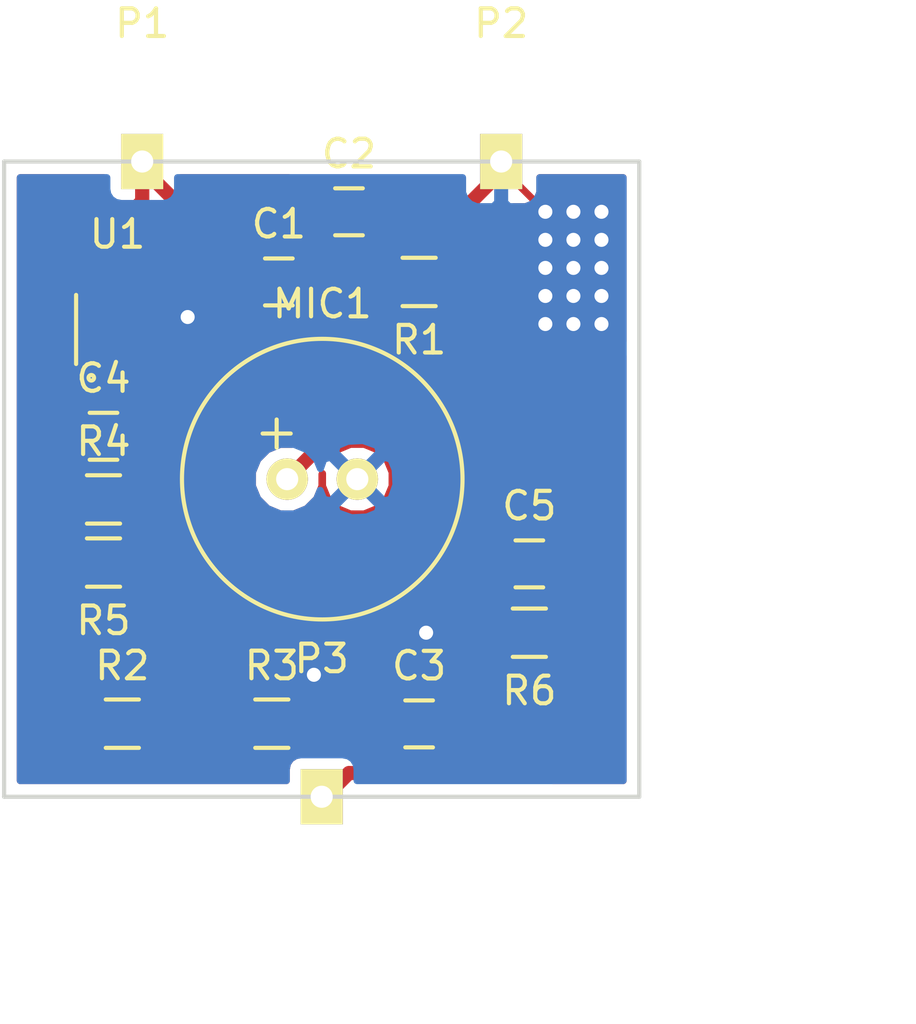
<source format=kicad_pcb>
(kicad_pcb (version 4) (host pcbnew 4.0.1-stable)

  (general
    (links 24)
    (no_connects 1)
    (area 19.924999 19.924999 40.075001 40.075001)
    (thickness 1.6)
    (drawings 6)
    (tracks 91)
    (zones 0)
    (modules 16)
    (nets 9)
  )

  (page A4)
  (layers
    (0 F.Cu signal)
    (31 B.Cu signal)
    (32 B.Adhes user)
    (33 F.Adhes user)
    (34 B.Paste user)
    (35 F.Paste user)
    (36 B.SilkS user)
    (37 F.SilkS user)
    (38 B.Mask user)
    (39 F.Mask user)
    (40 Dwgs.User user)
    (41 Cmts.User user)
    (42 Eco1.User user)
    (43 Eco2.User user)
    (44 Edge.Cuts user)
    (45 Margin user)
    (46 B.CrtYd user)
    (47 F.CrtYd user)
    (48 B.Fab user)
    (49 F.Fab user)
  )

  (setup
    (last_trace_width 0.254)
    (user_trace_width 0.2032)
    (user_trace_width 0.254)
    (user_trace_width 0.381)
    (user_trace_width 0.508)
    (trace_clearance 0.2032)
    (zone_clearance 0.381)
    (zone_45_only no)
    (trace_min 0.2032)
    (segment_width 0.2)
    (edge_width 0.15)
    (via_size 0.762)
    (via_drill 0.508)
    (via_min_size 0.4)
    (via_min_drill 0.3)
    (uvia_size 0.3)
    (uvia_drill 0.1)
    (uvias_allowed no)
    (uvia_min_size 0.2)
    (uvia_min_drill 0.1)
    (pcb_text_width 0.3)
    (pcb_text_size 1.5 1.5)
    (mod_edge_width 0.15)
    (mod_text_size 1 1)
    (mod_text_width 0.15)
    (pad_size 1.524 1.524)
    (pad_drill 0.762)
    (pad_to_mask_clearance 0.2)
    (aux_axis_origin 0 0)
    (visible_elements 7FFFFFFF)
    (pcbplotparams
      (layerselection 0x00030_80000001)
      (usegerberextensions false)
      (excludeedgelayer true)
      (linewidth 0.100000)
      (plotframeref false)
      (viasonmask false)
      (mode 1)
      (useauxorigin false)
      (hpglpennumber 1)
      (hpglpenspeed 20)
      (hpglpendiameter 15)
      (hpglpenoverlay 2)
      (psnegative false)
      (psa4output false)
      (plotreference true)
      (plotvalue true)
      (plotinvisibletext false)
      (padsonsilk false)
      (subtractmaskfromsilk false)
      (outputformat 1)
      (mirror false)
      (drillshape 1)
      (scaleselection 1)
      (outputdirectory ""))
  )

  (net 0 "")
  (net 1 "Net-(C1-Pad1)")
  (net 2 "Net-(C1-Pad2)")
  (net 3 AVDD)
  (net 4 AGND)
  (net 5 "Net-(C3-Pad1)")
  (net 6 "Net-(C4-Pad1)")
  (net 7 "Net-(C5-Pad1)")
  (net 8 /OUT)

  (net_class Default "This is the default net class."
    (clearance 0.2032)
    (trace_width 0.254)
    (via_dia 0.762)
    (via_drill 0.508)
    (uvia_dia 0.3)
    (uvia_drill 0.1)
    (add_net /OUT)
    (add_net AGND)
    (add_net AVDD)
    (add_net "Net-(C1-Pad1)")
    (add_net "Net-(C1-Pad2)")
    (add_net "Net-(C3-Pad1)")
    (add_net "Net-(C4-Pad1)")
    (add_net "Net-(C5-Pad1)")
  )

  (module Capacitors_SMD:C_0805_HandSoldering (layer F.Cu) (tedit 541A9B8D) (tstamp 5679A90D)
    (at 28.448 22.86)
    (descr "Capacitor SMD 0805, hand soldering")
    (tags "capacitor 0805")
    (path /5679CB05)
    (attr smd)
    (fp_text reference C1 (at 0 -2.1) (layer F.SilkS)
      (effects (font (size 1 1) (thickness 0.15)))
    )
    (fp_text value 2.2u (at 0 2.1) (layer F.Fab)
      (effects (font (size 1 1) (thickness 0.15)))
    )
    (fp_line (start -2.3 -1) (end 2.3 -1) (layer F.CrtYd) (width 0.05))
    (fp_line (start -2.3 1) (end 2.3 1) (layer F.CrtYd) (width 0.05))
    (fp_line (start -2.3 -1) (end -2.3 1) (layer F.CrtYd) (width 0.05))
    (fp_line (start 2.3 -1) (end 2.3 1) (layer F.CrtYd) (width 0.05))
    (fp_line (start 0.5 -0.85) (end -0.5 -0.85) (layer F.SilkS) (width 0.15))
    (fp_line (start -0.5 0.85) (end 0.5 0.85) (layer F.SilkS) (width 0.15))
    (pad 1 smd rect (at -1.25 0) (size 1.5 1.25) (layers F.Cu F.Paste F.Mask)
      (net 1 "Net-(C1-Pad1)"))
    (pad 2 smd rect (at 1.25 0) (size 1.5 1.25) (layers F.Cu F.Paste F.Mask)
      (net 2 "Net-(C1-Pad2)"))
    (model Capacitors_SMD.3dshapes/C_0805_HandSoldering.wrl
      (at (xyz 0 0 0))
      (scale (xyz 1 1 1))
      (rotate (xyz 0 0 0))
    )
  )

  (module Capacitors_SMD:C_0805_HandSoldering (layer F.Cu) (tedit 541A9B8D) (tstamp 5679A913)
    (at 30.988 20.32)
    (descr "Capacitor SMD 0805, hand soldering")
    (tags "capacitor 0805")
    (path /5679D24A)
    (attr smd)
    (fp_text reference C2 (at 0 -2.1) (layer F.SilkS)
      (effects (font (size 1 1) (thickness 0.15)))
    )
    (fp_text value 100n (at 0 2.1) (layer F.Fab)
      (effects (font (size 1 1) (thickness 0.15)))
    )
    (fp_line (start -2.3 -1) (end 2.3 -1) (layer F.CrtYd) (width 0.05))
    (fp_line (start -2.3 1) (end 2.3 1) (layer F.CrtYd) (width 0.05))
    (fp_line (start -2.3 -1) (end -2.3 1) (layer F.CrtYd) (width 0.05))
    (fp_line (start 2.3 -1) (end 2.3 1) (layer F.CrtYd) (width 0.05))
    (fp_line (start 0.5 -0.85) (end -0.5 -0.85) (layer F.SilkS) (width 0.15))
    (fp_line (start -0.5 0.85) (end 0.5 0.85) (layer F.SilkS) (width 0.15))
    (pad 1 smd rect (at -1.25 0) (size 1.5 1.25) (layers F.Cu F.Paste F.Mask)
      (net 3 AVDD))
    (pad 2 smd rect (at 1.25 0) (size 1.5 1.25) (layers F.Cu F.Paste F.Mask)
      (net 4 AGND))
    (model Capacitors_SMD.3dshapes/C_0805_HandSoldering.wrl
      (at (xyz 0 0 0))
      (scale (xyz 1 1 1))
      (rotate (xyz 0 0 0))
    )
  )

  (module Capacitors_SMD:C_0805_HandSoldering (layer F.Cu) (tedit 541A9B8D) (tstamp 5679A919)
    (at 33.528 38.862)
    (descr "Capacitor SMD 0805, hand soldering")
    (tags "capacitor 0805")
    (path /5679C8F4)
    (attr smd)
    (fp_text reference C3 (at 0 -2.1) (layer F.SilkS)
      (effects (font (size 1 1) (thickness 0.15)))
    )
    (fp_text value 2.2u (at 0 2.1) (layer F.Fab)
      (effects (font (size 1 1) (thickness 0.15)))
    )
    (fp_line (start -2.3 -1) (end 2.3 -1) (layer F.CrtYd) (width 0.05))
    (fp_line (start -2.3 1) (end 2.3 1) (layer F.CrtYd) (width 0.05))
    (fp_line (start -2.3 -1) (end -2.3 1) (layer F.CrtYd) (width 0.05))
    (fp_line (start 2.3 -1) (end 2.3 1) (layer F.CrtYd) (width 0.05))
    (fp_line (start 0.5 -0.85) (end -0.5 -0.85) (layer F.SilkS) (width 0.15))
    (fp_line (start -0.5 0.85) (end 0.5 0.85) (layer F.SilkS) (width 0.15))
    (pad 1 smd rect (at -1.25 0) (size 1.5 1.25) (layers F.Cu F.Paste F.Mask)
      (net 5 "Net-(C3-Pad1)"))
    (pad 2 smd rect (at 1.25 0) (size 1.5 1.25) (layers F.Cu F.Paste F.Mask)
      (net 4 AGND))
    (model Capacitors_SMD.3dshapes/C_0805_HandSoldering.wrl
      (at (xyz 0 0 0))
      (scale (xyz 1 1 1))
      (rotate (xyz 0 0 0))
    )
  )

  (module Capacitors_SMD:C_0805_HandSoldering (layer F.Cu) (tedit 541A9B8D) (tstamp 5679A91F)
    (at 22.098 28.448)
    (descr "Capacitor SMD 0805, hand soldering")
    (tags "capacitor 0805")
    (path /5679A7FC)
    (attr smd)
    (fp_text reference C4 (at 0 -2.1) (layer F.SilkS)
      (effects (font (size 1 1) (thickness 0.15)))
    )
    (fp_text value 10p (at 0 2.1) (layer F.Fab)
      (effects (font (size 1 1) (thickness 0.15)))
    )
    (fp_line (start -2.3 -1) (end 2.3 -1) (layer F.CrtYd) (width 0.05))
    (fp_line (start -2.3 1) (end 2.3 1) (layer F.CrtYd) (width 0.05))
    (fp_line (start -2.3 -1) (end -2.3 1) (layer F.CrtYd) (width 0.05))
    (fp_line (start 2.3 -1) (end 2.3 1) (layer F.CrtYd) (width 0.05))
    (fp_line (start 0.5 -0.85) (end -0.5 -0.85) (layer F.SilkS) (width 0.15))
    (fp_line (start -0.5 0.85) (end 0.5 0.85) (layer F.SilkS) (width 0.15))
    (pad 1 smd rect (at -1.25 0) (size 1.5 1.25) (layers F.Cu F.Paste F.Mask)
      (net 6 "Net-(C4-Pad1)"))
    (pad 2 smd rect (at 1.25 0) (size 1.5 1.25) (layers F.Cu F.Paste F.Mask)
      (net 1 "Net-(C1-Pad1)"))
    (model Capacitors_SMD.3dshapes/C_0805_HandSoldering.wrl
      (at (xyz 0 0 0))
      (scale (xyz 1 1 1))
      (rotate (xyz 0 0 0))
    )
  )

  (module Capacitors_SMD:C_0805_HandSoldering (layer F.Cu) (tedit 541A9B8D) (tstamp 5679A925)
    (at 37.52 33.068)
    (descr "Capacitor SMD 0805, hand soldering")
    (tags "capacitor 0805")
    (path /5679CCC7)
    (attr smd)
    (fp_text reference C5 (at 0 -2.1) (layer F.SilkS)
      (effects (font (size 1 1) (thickness 0.15)))
    )
    (fp_text value 2.2u (at 0 2.1) (layer F.Fab)
      (effects (font (size 1 1) (thickness 0.15)))
    )
    (fp_line (start -2.3 -1) (end 2.3 -1) (layer F.CrtYd) (width 0.05))
    (fp_line (start -2.3 1) (end 2.3 1) (layer F.CrtYd) (width 0.05))
    (fp_line (start -2.3 -1) (end -2.3 1) (layer F.CrtYd) (width 0.05))
    (fp_line (start 2.3 -1) (end 2.3 1) (layer F.CrtYd) (width 0.05))
    (fp_line (start 0.5 -0.85) (end -0.5 -0.85) (layer F.SilkS) (width 0.15))
    (fp_line (start -0.5 0.85) (end 0.5 0.85) (layer F.SilkS) (width 0.15))
    (pad 1 smd rect (at -1.25 0) (size 1.5 1.25) (layers F.Cu F.Paste F.Mask)
      (net 7 "Net-(C5-Pad1)"))
    (pad 2 smd rect (at 1.25 0) (size 1.5 1.25) (layers F.Cu F.Paste F.Mask)
      (net 8 /OUT))
    (model Capacitors_SMD.3dshapes/C_0805_HandSoldering.wrl
      (at (xyz 0 0 0))
      (scale (xyz 1 1 1))
      (rotate (xyz 0 0 0))
    )
  )

  (module micarray:Electret_10mm (layer F.Cu) (tedit 55830091) (tstamp 5679A92E)
    (at 30 30)
    (descr "10 mm electret microphone")
    (tags "Electret microphone, Microphone, 1 mm")
    (path /5679A44C)
    (fp_text reference MIC1 (at 0.02 -6.35) (layer F.SilkS)
      (effects (font (size 1 1) (thickness 0.15)))
    )
    (fp_text value ELECTRET (at 0.02 6.35) (layer F.Fab)
      (effects (font (size 1 1) (thickness 0.15)))
    )
    (fp_line (start -1.631 -2.159) (end -1.631 -1.143) (layer F.SilkS) (width 0.15))
    (fp_line (start -2.139 -1.651) (end -1.123 -1.651) (layer F.SilkS) (width 0.15))
    (fp_circle (center 0.02 0) (end 5.1 0) (layer F.SilkS) (width 0.15))
    (pad 2 thru_hole circle (at 1.29 0) (size 1.50114 1.50114) (drill 0.8) (layers *.Cu *.Mask F.SilkS)
      (net 4 AGND))
    (pad 1 thru_hole circle (at -1.25 0) (size 1.50114 1.50114) (drill 0.8) (layers *.Cu *.Mask F.SilkS)
      (net 2 "Net-(C1-Pad2)"))
    (model Capacitors_Elko_ThroughHole.3dshapes/Elko_vert_20x10mm_RM2.5_CopperClear.wrl
      (at (xyz 0 0 0))
      (scale (xyz 1 1 1))
      (rotate (xyz 0 0 0))
    )
  )

  (module micarray:Castellated_Pad (layer F.Cu) (tedit 5675D613) (tstamp 5679A933)
    (at 23.5 18.5)
    (path /5679BC8D)
    (fp_text reference P1 (at 0 -5) (layer F.SilkS)
      (effects (font (size 1 1) (thickness 0.15)))
    )
    (fp_text value CONN_01X01 (at 0 5) (layer F.Fab)
      (effects (font (size 1 1) (thickness 0.15)))
    )
    (pad 1 thru_hole rect (at 0 0) (size 1.524 2) (drill 0.8) (layers *.Cu *.Mask F.SilkS)
      (net 3 AVDD))
  )

  (module micarray:Castellated_Pad (layer F.Cu) (tedit 5675D613) (tstamp 5679A938)
    (at 36.5 18.5)
    (path /5679BCE1)
    (fp_text reference P2 (at 0 -5) (layer F.SilkS)
      (effects (font (size 1 1) (thickness 0.15)))
    )
    (fp_text value CONN_01X01 (at 0 5) (layer F.Fab)
      (effects (font (size 1 1) (thickness 0.15)))
    )
    (pad 1 thru_hole rect (at 0 0) (size 1.524 2) (drill 0.8) (layers *.Cu *.Mask F.SilkS)
      (net 4 AGND))
  )

  (module micarray:Castellated_Pad (layer F.Cu) (tedit 5675D613) (tstamp 5679A93D)
    (at 30 41.5)
    (path /5679BD4B)
    (fp_text reference P3 (at 0 -5) (layer F.SilkS)
      (effects (font (size 1 1) (thickness 0.15)))
    )
    (fp_text value CONN_01X01 (at 0 5) (layer F.Fab)
      (effects (font (size 1 1) (thickness 0.15)))
    )
    (pad 1 thru_hole rect (at 0 0) (size 1.524 2) (drill 0.8) (layers *.Cu *.Mask F.SilkS)
      (net 8 /OUT))
  )

  (module Resistors_SMD:R_0805_HandSoldering (layer F.Cu) (tedit 54189DEE) (tstamp 5679A943)
    (at 33.528 22.86 180)
    (descr "Resistor SMD 0805, hand soldering")
    (tags "resistor 0805")
    (path /5679A4AB)
    (attr smd)
    (fp_text reference R1 (at 0 -2.1 180) (layer F.SilkS)
      (effects (font (size 1 1) (thickness 0.15)))
    )
    (fp_text value 13.7k (at 0 2.1 180) (layer F.Fab)
      (effects (font (size 1 1) (thickness 0.15)))
    )
    (fp_line (start -2.4 -1) (end 2.4 -1) (layer F.CrtYd) (width 0.05))
    (fp_line (start -2.4 1) (end 2.4 1) (layer F.CrtYd) (width 0.05))
    (fp_line (start -2.4 -1) (end -2.4 1) (layer F.CrtYd) (width 0.05))
    (fp_line (start 2.4 -1) (end 2.4 1) (layer F.CrtYd) (width 0.05))
    (fp_line (start 0.6 0.875) (end -0.6 0.875) (layer F.SilkS) (width 0.15))
    (fp_line (start -0.6 -0.875) (end 0.6 -0.875) (layer F.SilkS) (width 0.15))
    (pad 1 smd rect (at -1.35 0 180) (size 1.5 1.3) (layers F.Cu F.Paste F.Mask)
      (net 3 AVDD))
    (pad 2 smd rect (at 1.35 0 180) (size 1.5 1.3) (layers F.Cu F.Paste F.Mask)
      (net 2 "Net-(C1-Pad2)"))
    (model Resistors_SMD.3dshapes/R_0805_HandSoldering.wrl
      (at (xyz 0 0 0))
      (scale (xyz 1 1 1))
      (rotate (xyz 0 0 0))
    )
  )

  (module Resistors_SMD:R_0805_HandSoldering (layer F.Cu) (tedit 54189DEE) (tstamp 5679A949)
    (at 22.78 38.854)
    (descr "Resistor SMD 0805, hand soldering")
    (tags "resistor 0805")
    (path /5679AD51)
    (attr smd)
    (fp_text reference R2 (at 0 -2.1) (layer F.SilkS)
      (effects (font (size 1 1) (thickness 0.15)))
    )
    (fp_text value 100k (at 0 2.1) (layer F.Fab)
      (effects (font (size 1 1) (thickness 0.15)))
    )
    (fp_line (start -2.4 -1) (end 2.4 -1) (layer F.CrtYd) (width 0.05))
    (fp_line (start -2.4 1) (end 2.4 1) (layer F.CrtYd) (width 0.05))
    (fp_line (start -2.4 -1) (end -2.4 1) (layer F.CrtYd) (width 0.05))
    (fp_line (start 2.4 -1) (end 2.4 1) (layer F.CrtYd) (width 0.05))
    (fp_line (start 0.6 0.875) (end -0.6 0.875) (layer F.SilkS) (width 0.15))
    (fp_line (start -0.6 -0.875) (end 0.6 -0.875) (layer F.SilkS) (width 0.15))
    (pad 1 smd rect (at -1.35 0) (size 1.5 1.3) (layers F.Cu F.Paste F.Mask)
      (net 3 AVDD))
    (pad 2 smd rect (at 1.35 0) (size 1.5 1.3) (layers F.Cu F.Paste F.Mask)
      (net 5 "Net-(C3-Pad1)"))
    (model Resistors_SMD.3dshapes/R_0805_HandSoldering.wrl
      (at (xyz 0 0 0))
      (scale (xyz 1 1 1))
      (rotate (xyz 0 0 0))
    )
  )

  (module Resistors_SMD:R_0805_HandSoldering (layer F.Cu) (tedit 54189DEE) (tstamp 5679A94F)
    (at 28.194 38.854)
    (descr "Resistor SMD 0805, hand soldering")
    (tags "resistor 0805")
    (path /5679AE07)
    (attr smd)
    (fp_text reference R3 (at 0 -2.1) (layer F.SilkS)
      (effects (font (size 1 1) (thickness 0.15)))
    )
    (fp_text value 100k (at 0 2.1) (layer F.Fab)
      (effects (font (size 1 1) (thickness 0.15)))
    )
    (fp_line (start -2.4 -1) (end 2.4 -1) (layer F.CrtYd) (width 0.05))
    (fp_line (start -2.4 1) (end 2.4 1) (layer F.CrtYd) (width 0.05))
    (fp_line (start -2.4 -1) (end -2.4 1) (layer F.CrtYd) (width 0.05))
    (fp_line (start 2.4 -1) (end 2.4 1) (layer F.CrtYd) (width 0.05))
    (fp_line (start 0.6 0.875) (end -0.6 0.875) (layer F.SilkS) (width 0.15))
    (fp_line (start -0.6 -0.875) (end 0.6 -0.875) (layer F.SilkS) (width 0.15))
    (pad 1 smd rect (at -1.35 0) (size 1.5 1.3) (layers F.Cu F.Paste F.Mask)
      (net 5 "Net-(C3-Pad1)"))
    (pad 2 smd rect (at 1.35 0) (size 1.5 1.3) (layers F.Cu F.Paste F.Mask)
      (net 4 AGND))
    (model Resistors_SMD.3dshapes/R_0805_HandSoldering.wrl
      (at (xyz 0 0 0))
      (scale (xyz 1 1 1))
      (rotate (xyz 0 0 0))
    )
  )

  (module Resistors_SMD:R_0805_HandSoldering (layer F.Cu) (tedit 54189DEE) (tstamp 5679A955)
    (at 22.098 30.734)
    (descr "Resistor SMD 0805, hand soldering")
    (tags "resistor 0805")
    (path /5679A851)
    (attr smd)
    (fp_text reference R4 (at 0 -2.1) (layer F.SilkS)
      (effects (font (size 1 1) (thickness 0.15)))
    )
    (fp_text value 75k (at 0 2.1) (layer F.Fab)
      (effects (font (size 1 1) (thickness 0.15)))
    )
    (fp_line (start -2.4 -1) (end 2.4 -1) (layer F.CrtYd) (width 0.05))
    (fp_line (start -2.4 1) (end 2.4 1) (layer F.CrtYd) (width 0.05))
    (fp_line (start -2.4 -1) (end -2.4 1) (layer F.CrtYd) (width 0.05))
    (fp_line (start 2.4 -1) (end 2.4 1) (layer F.CrtYd) (width 0.05))
    (fp_line (start 0.6 0.875) (end -0.6 0.875) (layer F.SilkS) (width 0.15))
    (fp_line (start -0.6 -0.875) (end 0.6 -0.875) (layer F.SilkS) (width 0.15))
    (pad 1 smd rect (at -1.35 0) (size 1.5 1.3) (layers F.Cu F.Paste F.Mask)
      (net 6 "Net-(C4-Pad1)"))
    (pad 2 smd rect (at 1.35 0) (size 1.5 1.3) (layers F.Cu F.Paste F.Mask)
      (net 1 "Net-(C1-Pad1)"))
    (model Resistors_SMD.3dshapes/R_0805_HandSoldering.wrl
      (at (xyz 0 0 0))
      (scale (xyz 1 1 1))
      (rotate (xyz 0 0 0))
    )
  )

  (module Resistors_SMD:R_0805_HandSoldering (layer F.Cu) (tedit 54189DEE) (tstamp 5679A95B)
    (at 22.098 33.02 180)
    (descr "Resistor SMD 0805, hand soldering")
    (tags "resistor 0805")
    (path /5679A8C2)
    (attr smd)
    (fp_text reference R5 (at 0 -2.1 180) (layer F.SilkS)
      (effects (font (size 1 1) (thickness 0.15)))
    )
    (fp_text value 49.9 (at 0 2.1 180) (layer F.Fab)
      (effects (font (size 1 1) (thickness 0.15)))
    )
    (fp_line (start -2.4 -1) (end 2.4 -1) (layer F.CrtYd) (width 0.05))
    (fp_line (start -2.4 1) (end 2.4 1) (layer F.CrtYd) (width 0.05))
    (fp_line (start -2.4 -1) (end -2.4 1) (layer F.CrtYd) (width 0.05))
    (fp_line (start 2.4 -1) (end 2.4 1) (layer F.CrtYd) (width 0.05))
    (fp_line (start 0.6 0.875) (end -0.6 0.875) (layer F.SilkS) (width 0.15))
    (fp_line (start -0.6 -0.875) (end 0.6 -0.875) (layer F.SilkS) (width 0.15))
    (pad 1 smd rect (at -1.35 0 180) (size 1.5 1.3) (layers F.Cu F.Paste F.Mask)
      (net 7 "Net-(C5-Pad1)"))
    (pad 2 smd rect (at 1.35 0 180) (size 1.5 1.3) (layers F.Cu F.Paste F.Mask)
      (net 6 "Net-(C4-Pad1)"))
    (model Resistors_SMD.3dshapes/R_0805_HandSoldering.wrl
      (at (xyz 0 0 0))
      (scale (xyz 1 1 1))
      (rotate (xyz 0 0 0))
    )
  )

  (module Resistors_SMD:R_0805_HandSoldering (layer F.Cu) (tedit 54189DEE) (tstamp 5679A961)
    (at 37.52 35.56 180)
    (descr "Resistor SMD 0805, hand soldering")
    (tags "resistor 0805")
    (path /5679B5D5)
    (attr smd)
    (fp_text reference R6 (at 0 -2.1 180) (layer F.SilkS)
      (effects (font (size 1 1) (thickness 0.15)))
    )
    (fp_text value 100k (at 0 2.1 180) (layer F.Fab)
      (effects (font (size 1 1) (thickness 0.15)))
    )
    (fp_line (start -2.4 -1) (end 2.4 -1) (layer F.CrtYd) (width 0.05))
    (fp_line (start -2.4 1) (end 2.4 1) (layer F.CrtYd) (width 0.05))
    (fp_line (start -2.4 -1) (end -2.4 1) (layer F.CrtYd) (width 0.05))
    (fp_line (start 2.4 -1) (end 2.4 1) (layer F.CrtYd) (width 0.05))
    (fp_line (start 0.6 0.875) (end -0.6 0.875) (layer F.SilkS) (width 0.15))
    (fp_line (start -0.6 -0.875) (end 0.6 -0.875) (layer F.SilkS) (width 0.15))
    (pad 1 smd rect (at -1.35 0 180) (size 1.5 1.3) (layers F.Cu F.Paste F.Mask)
      (net 8 /OUT))
    (pad 2 smd rect (at 1.35 0 180) (size 1.5 1.3) (layers F.Cu F.Paste F.Mask)
      (net 4 AGND))
    (model Resistors_SMD.3dshapes/R_0805_HandSoldering.wrl
      (at (xyz 0 0 0))
      (scale (xyz 1 1 1))
      (rotate (xyz 0 0 0))
    )
  )

  (module micarray:SOT-23-5 (layer F.Cu) (tedit 55B2EC47) (tstamp 5679A96A)
    (at 22.606 24.13)
    (descr "5-pin SOT23 package")
    (tags SOT-23-5)
    (path /5679A419)
    (attr smd)
    (fp_text reference U1 (at 0 -3) (layer F.SilkS)
      (effects (font (size 1 1) (thickness 0.15)))
    )
    (fp_text value OPA172 (at 0 4) (layer F.Fab)
      (effects (font (size 1 1) (thickness 0.15)))
    )
    (fp_line (start 1.8 1.1) (end 1.8 -1.1) (layer F.CrtYd) (width 0.05))
    (fp_line (start -1.8 1.1) (end -1.8 -1.1) (layer F.CrtYd) (width 0.05))
    (fp_line (start -1.5 -1.1) (end -1.8 -1.1) (layer F.CrtYd) (width 0.05))
    (fp_line (start 1.8 -1.1) (end 1.5 -1.1) (layer F.CrtYd) (width 0.05))
    (fp_line (start 1.5 -1.1) (end 1.5 -2.1) (layer F.CrtYd) (width 0.05))
    (fp_line (start -1.5 -1.1) (end -1.5 -2.1) (layer F.CrtYd) (width 0.05))
    (fp_line (start 1.5 -2.1) (end -1.5 -2.1) (layer F.CrtYd) (width 0.05))
    (fp_line (start 1.8 1.1) (end 1.5 1.1) (layer F.CrtYd) (width 0.05))
    (fp_line (start -1.5 1.1) (end -1.8 1.1) (layer F.CrtYd) (width 0.05))
    (fp_line (start 1.5 2.1) (end 1.5 1.1) (layer F.CrtYd) (width 0.05))
    (fp_line (start -1.5 2.1) (end -1.5 1.1) (layer F.CrtYd) (width 0.05))
    (fp_line (start -1.5 -0.8) (end -1.5 1.7) (layer F.SilkS) (width 0.15))
    (fp_line (start -0.3 0.8) (end -0.9 0.8) (layer F.Fab) (width 0.15))
    (fp_line (start -0.9 0.8) (end -1.5 0.2) (layer F.Fab) (width 0.15))
    (fp_line (start -1.5 0.2) (end -1.5 -0.8) (layer F.Fab) (width 0.15))
    (fp_line (start -0.3 0.8) (end 1.5 0.8) (layer F.Fab) (width 0.15))
    (fp_line (start 1.5 -0.8) (end 1.5 0.8) (layer F.Fab) (width 0.15))
    (fp_line (start 1.5 -0.8) (end -1.5 -0.8) (layer F.Fab) (width 0.15))
    (fp_line (start 1.5 2.1) (end -1.5 2.1) (layer F.CrtYd) (width 0.05))
    (fp_circle (center -0.95 2.2) (end -0.95 2.1) (layer F.SilkS) (width 0.15))
    (pad 1 smd oval (at -0.95 1.25 90) (size 1.21 0.65) (layers F.Cu F.Paste F.Mask)
      (net 6 "Net-(C4-Pad1)"))
    (pad 2 smd oval (at 0 1.25 90) (size 1.21 0.65) (layers F.Cu F.Paste F.Mask)
      (net 4 AGND))
    (pad 3 smd oval (at 0.95 1.25 90) (size 1.21 0.65) (layers F.Cu F.Paste F.Mask)
      (net 5 "Net-(C3-Pad1)"))
    (pad 4 smd oval (at 0.95 -1.25 90) (size 1.21 0.65) (layers F.Cu F.Paste F.Mask)
      (net 1 "Net-(C1-Pad1)"))
    (pad 5 smd oval (at -0.95 -1.25 90) (size 1.21 0.65) (layers F.Cu F.Paste F.Mask)
      (net 3 AVDD))
    (model Housings_SOT-23_SOT-143_TSOT-6.3dshapes/SOT-23-5.wrl
      (at (xyz 0 0 0))
      (scale (xyz 0.11 0.11 0.11))
      (rotate (xyz 0 0 90))
    )
  )

  (dimension 23 (width 0.3) (layer F.Fab)
    (gr_text "23.000 mm" (at 30 50.35) (layer F.Fab)
      (effects (font (size 1.5 1.5) (thickness 0.3)))
    )
    (feature1 (pts (xy 41.5 41.5) (xy 41.5 51.7)))
    (feature2 (pts (xy 18.5 41.5) (xy 18.5 51.7)))
    (crossbar (pts (xy 18.5 49) (xy 41.5 49)))
    (arrow1a (pts (xy 41.5 49) (xy 40.373496 49.586421)))
    (arrow1b (pts (xy 41.5 49) (xy 40.373496 48.413579)))
    (arrow2a (pts (xy 18.5 49) (xy 19.626504 49.586421)))
    (arrow2b (pts (xy 18.5 49) (xy 19.626504 48.413579)))
  )
  (dimension 23 (width 0.3) (layer F.Fab)
    (gr_text "23.000 mm" (at 48.85 30 90) (layer F.Fab)
      (effects (font (size 1.5 1.5) (thickness 0.3)))
    )
    (feature1 (pts (xy 41.5 18.5) (xy 50.2 18.5)))
    (feature2 (pts (xy 41.5 41.5) (xy 50.2 41.5)))
    (crossbar (pts (xy 47.5 41.5) (xy 47.5 18.5)))
    (arrow1a (pts (xy 47.5 18.5) (xy 48.086421 19.626504)))
    (arrow1b (pts (xy 47.5 18.5) (xy 46.913579 19.626504)))
    (arrow2a (pts (xy 47.5 41.5) (xy 48.086421 40.373496)))
    (arrow2b (pts (xy 47.5 41.5) (xy 46.913579 40.373496)))
  )
  (gr_line (start 41.5 18.5) (end 18.5 18.5) (layer Edge.Cuts) (width 0.15))
  (gr_line (start 41.5 41.5) (end 41.5 18.5) (layer Edge.Cuts) (width 0.15))
  (gr_line (start 18.5 41.5) (end 41.5 41.5) (layer Edge.Cuts) (width 0.15))
  (gr_line (start 18.5 18.5) (end 18.5 41.5) (layer Edge.Cuts) (width 0.15))

  (segment (start 23.348 28.448) (end 23.348 30.634) (width 0.508) (layer F.Cu) (net 1))
  (segment (start 23.348 30.634) (end 23.448 30.734) (width 0.508) (layer F.Cu) (net 1))
  (segment (start 23.348 28.448) (end 24.606 28.448) (width 0.508) (layer F.Cu) (net 1))
  (segment (start 24.606 28.448) (end 27.198 25.856) (width 0.508) (layer F.Cu) (net 1))
  (segment (start 27.198 25.856) (end 27.198 23.993) (width 0.508) (layer F.Cu) (net 1))
  (segment (start 27.198 23.993) (end 27.198 22.86) (width 0.508) (layer F.Cu) (net 1))
  (segment (start 23.556 22.88) (end 27.178 22.88) (width 0.508) (layer F.Cu) (net 1))
  (segment (start 27.178 22.88) (end 27.198 22.86) (width 0.508) (layer F.Cu) (net 1))
  (segment (start 23.556 23.16) (end 23.556 22.88) (width 0.25) (layer F.Cu) (net 1))
  (segment (start 32.178 22.86) (end 29.698 22.86) (width 0.508) (layer F.Cu) (net 2))
  (segment (start 28.75 30) (end 29.698 29.052) (width 0.508) (layer F.Cu) (net 2))
  (segment (start 29.698 29.052) (end 29.698 22.86) (width 0.508) (layer F.Cu) (net 2))
  (segment (start 23.5 19.934) (end 21.667 21.767) (width 0.508) (layer F.Cu) (net 3))
  (segment (start 23.5 18.5) (end 23.5 19.934) (width 0.508) (layer F.Cu) (net 3))
  (segment (start 21.667 21.767) (end 21.656 21.767) (width 0.508) (layer F.Cu) (net 3))
  (segment (start 21.656 21.767) (end 21.656 22.88) (width 0.508) (layer F.Cu) (net 3))
  (segment (start 29.738 20.32) (end 25.082 20.32) (width 0.508) (layer F.Cu) (net 3))
  (segment (start 25.082 20.32) (end 23.5 18.738) (width 0.508) (layer F.Cu) (net 3))
  (segment (start 23.5 18.738) (end 23.5 18.5) (width 0.508) (layer F.Cu) (net 3))
  (segment (start 39.116 24.384) (end 40.132 24.384) (width 0.254) (layer F.Cu) (net 4))
  (via (at 40.132 24.384) (size 0.762) (drill 0.508) (layers F.Cu B.Cu) (net 4))
  (segment (start 38.1 24.384) (end 39.116 24.384) (width 0.254) (layer B.Cu) (net 4))
  (via (at 39.116 24.384) (size 0.762) (drill 0.508) (layers F.Cu B.Cu) (net 4))
  (segment (start 38.1 23.368) (end 38.1 24.384) (width 0.254) (layer F.Cu) (net 4))
  (via (at 38.1 24.384) (size 0.762) (drill 0.508) (layers F.Cu B.Cu) (net 4))
  (segment (start 39.116 23.368) (end 38.1 23.368) (width 0.254) (layer B.Cu) (net 4))
  (via (at 38.1 23.368) (size 0.762) (drill 0.508) (layers F.Cu B.Cu) (net 4))
  (segment (start 40.132 23.368) (end 39.116 23.368) (width 0.254) (layer F.Cu) (net 4))
  (via (at 39.116 23.368) (size 0.762) (drill 0.508) (layers F.Cu B.Cu) (net 4))
  (segment (start 40.132 22.352) (end 40.132 23.368) (width 0.254) (layer B.Cu) (net 4))
  (via (at 40.132 23.368) (size 0.762) (drill 0.508) (layers F.Cu B.Cu) (net 4))
  (segment (start 39.116 22.352) (end 40.132 22.352) (width 0.254) (layer F.Cu) (net 4))
  (via (at 40.132 22.352) (size 0.762) (drill 0.508) (layers F.Cu B.Cu) (net 4))
  (segment (start 38.1 22.352) (end 39.116 22.352) (width 0.254) (layer B.Cu) (net 4))
  (via (at 39.116 22.352) (size 0.762) (drill 0.508) (layers F.Cu B.Cu) (net 4))
  (segment (start 38.1 21.336) (end 38.1 22.352) (width 0.254) (layer F.Cu) (net 4))
  (via (at 38.1 22.352) (size 0.762) (drill 0.508) (layers F.Cu B.Cu) (net 4))
  (segment (start 39.116 21.336) (end 38.1 21.336) (width 0.254) (layer B.Cu) (net 4))
  (via (at 38.1 21.336) (size 0.762) (drill 0.508) (layers F.Cu B.Cu) (net 4))
  (segment (start 40.132 21.336) (end 39.116 21.336) (width 0.254) (layer F.Cu) (net 4))
  (via (at 39.116 21.336) (size 0.762) (drill 0.508) (layers F.Cu B.Cu) (net 4))
  (segment (start 40.132 20.32) (end 40.132 21.336) (width 0.254) (layer B.Cu) (net 4))
  (via (at 40.132 21.336) (size 0.762) (drill 0.508) (layers F.Cu B.Cu) (net 4))
  (segment (start 39.116 20.32) (end 40.132 20.32) (width 0.254) (layer F.Cu) (net 4))
  (via (at 40.132 20.32) (size 0.762) (drill 0.508) (layers F.Cu B.Cu) (net 4))
  (segment (start 38.1 20.32) (end 39.116 20.32) (width 0.254) (layer B.Cu) (net 4))
  (via (at 39.116 20.32) (size 0.762) (drill 0.508) (layers F.Cu B.Cu) (net 4))
  (segment (start 36.5 18.5) (end 36.5 18.72) (width 0.254) (layer F.Cu) (net 4))
  (segment (start 36.5 18.72) (end 38.1 20.32) (width 0.254) (layer F.Cu) (net 4))
  (via (at 38.1 20.32) (size 0.762) (drill 0.508) (layers F.Cu B.Cu) (net 4))
  (segment (start 36.5 18.5) (end 36.5 18.872) (width 0.508) (layer F.Cu) (net 4))
  (segment (start 36.5 18.872) (end 35.052 20.32) (width 0.508) (layer F.Cu) (net 4))
  (segment (start 35.052 20.32) (end 32.238 20.32) (width 0.508) (layer F.Cu) (net 4))
  (segment (start 22.606 25.38) (end 22.606 24.638) (width 0.254) (layer F.Cu) (net 4))
  (segment (start 22.606 24.638) (end 23.114 24.13) (width 0.254) (layer F.Cu) (net 4))
  (segment (start 23.114 24.13) (end 25.146 24.13) (width 0.254) (layer F.Cu) (net 4))
  (via (at 25.146 24.13) (size 0.762) (drill 0.508) (layers F.Cu B.Cu) (net 4))
  (segment (start 36.17 35.56) (end 33.782 35.56) (width 0.508) (layer F.Cu) (net 4))
  (via (at 33.782 35.56) (size 0.762) (drill 0.508) (layers F.Cu B.Cu) (net 4))
  (segment (start 34.778 38.862) (end 34.778 36.952) (width 0.508) (layer F.Cu) (net 4))
  (segment (start 34.778 36.952) (end 36.17 35.56) (width 0.508) (layer F.Cu) (net 4))
  (segment (start 29.544 38.854) (end 29.544 37.258) (width 0.254) (layer F.Cu) (net 4))
  (segment (start 29.544 37.258) (end 29.718 37.084) (width 0.254) (layer F.Cu) (net 4))
  (via (at 29.718 37.084) (size 0.762) (drill 0.508) (layers F.Cu B.Cu) (net 4))
  (segment (start 36.5 18.738) (end 36.5 18.5) (width 0.508) (layer F.Cu) (net 4))
  (segment (start 24.13 38.854) (end 26.844 38.854) (width 0.508) (layer F.Cu) (net 5))
  (segment (start 24.13 38.854) (end 24.13 37.95) (width 0.254) (layer F.Cu) (net 5))
  (segment (start 24.13 37.95) (end 22.098 35.918) (width 0.254) (layer F.Cu) (net 5))
  (segment (start 22.098 35.918) (end 22.098 27.686) (width 0.254) (layer F.Cu) (net 5))
  (segment (start 22.098 27.686) (end 23.556 26.228) (width 0.254) (layer F.Cu) (net 5))
  (segment (start 23.556 26.228) (end 23.556 25.38) (width 0.254) (layer F.Cu) (net 5))
  (segment (start 32.278 38.862) (end 32.278 37.358) (width 0.508) (layer F.Cu) (net 5))
  (segment (start 32.278 37.358) (end 30.988 36.068) (width 0.508) (layer F.Cu) (net 5))
  (segment (start 30.988 36.068) (end 27.94 36.068) (width 0.508) (layer F.Cu) (net 5))
  (segment (start 26.844 37.164) (end 26.844 38.854) (width 0.508) (layer F.Cu) (net 5))
  (segment (start 27.94 36.068) (end 26.844 37.164) (width 0.508) (layer F.Cu) (net 5))
  (segment (start 20.848 28.448) (end 20.848 26.188) (width 0.508) (layer F.Cu) (net 6))
  (segment (start 20.848 26.188) (end 21.656 25.38) (width 0.508) (layer F.Cu) (net 6))
  (segment (start 20.748 30.734) (end 20.748 28.548) (width 0.508) (layer F.Cu) (net 6))
  (segment (start 20.748 28.548) (end 20.848 28.448) (width 0.508) (layer F.Cu) (net 6))
  (segment (start 20.748 33.02) (end 20.748 30.734) (width 0.508) (layer F.Cu) (net 6))
  (segment (start 21.376 30.727) (end 21.383 30.734) (width 0.25) (layer F.Cu) (net 6))
  (segment (start 36.27 33.068) (end 23.496 33.068) (width 0.508) (layer F.Cu) (net 7))
  (segment (start 23.496 33.068) (end 23.448 33.02) (width 0.508) (layer F.Cu) (net 7))
  (segment (start 38.87 35.56) (end 38.87 39.362) (width 0.508) (layer F.Cu) (net 8))
  (segment (start 38.87 39.362) (end 37.592 40.64) (width 0.508) (layer F.Cu) (net 8))
  (segment (start 37.592 40.64) (end 30.988 40.64) (width 0.508) (layer F.Cu) (net 8))
  (segment (start 30.988 40.64) (end 30.128 41.5) (width 0.508) (layer F.Cu) (net 8))
  (segment (start 30.128 41.5) (end 30 41.5) (width 0.508) (layer F.Cu) (net 8))
  (segment (start 38.77 33.068) (end 38.77 35.46) (width 0.508) (layer F.Cu) (net 8))
  (segment (start 38.77 35.46) (end 38.87 35.56) (width 0.508) (layer F.Cu) (net 8))

  (zone (net 3) (net_name AVDD) (layer F.Cu) (tstamp 0) (hatch edge 0.508)
    (connect_pads (clearance 0.381))
    (min_thickness 0.254)
    (fill yes (arc_segments 16) (thermal_gap 0.508) (thermal_bridge_width 0.508))
    (polygon
      (pts
        (xy 18.796 18.796) (xy 36.576 18.796) (xy 36.576 25.4) (xy 41.148 25.4) (xy 41.148 41.148)
        (xy 18.796 41.148)
      )
    )
    (filled_polygon
      (pts
        (xy 22.103 19.62631) (xy 22.199673 19.859699) (xy 22.378302 20.038327) (xy 22.611691 20.135) (xy 23.21425 20.135)
        (xy 23.373 19.97625) (xy 23.373 19.083) (xy 23.627 19.083) (xy 23.627 19.97625) (xy 23.78575 20.135)
        (xy 24.388309 20.135) (xy 24.621698 20.038327) (xy 24.800327 19.859699) (xy 24.897 19.62631) (xy 24.897 19.083)
        (xy 28.806164 19.083) (xy 28.628302 19.156673) (xy 28.449673 19.335301) (xy 28.353 19.56869) (xy 28.353 20.03425)
        (xy 28.51175 20.193) (xy 29.611 20.193) (xy 29.611 20.173) (xy 29.865 20.173) (xy 29.865 20.193)
        (xy 29.885 20.193) (xy 29.885 20.447) (xy 29.865 20.447) (xy 29.865 21.42125) (xy 30.02375 21.58)
        (xy 30.614309 21.58) (xy 30.847698 21.483327) (xy 31.026327 21.304699) (xy 31.061363 21.220114) (xy 31.116728 21.306153)
        (xy 31.286488 21.422145) (xy 31.488 21.462952) (xy 32.988 21.462952) (xy 33.176253 21.42753) (xy 33.349153 21.316272)
        (xy 33.465145 21.146512) (xy 33.478209 21.082) (xy 35.052 21.082) (xy 35.343605 21.023996) (xy 35.590815 20.858815)
        (xy 36.431679 20.017952) (xy 36.449 20.017952) (xy 36.449 25.4) (xy 36.459006 25.44941) (xy 36.487447 25.491035)
        (xy 36.529841 25.518315) (xy 36.576 25.527) (xy 40.917 25.527) (xy 40.917 40.917) (xy 38.39263 40.917)
        (xy 39.408815 39.900815) (xy 39.573996 39.653605) (xy 39.632 39.362) (xy 39.632 36.725694) (xy 39.808253 36.69253)
        (xy 39.981153 36.581272) (xy 40.097145 36.411512) (xy 40.137952 36.21) (xy 40.137952 34.91) (xy 40.10253 34.721747)
        (xy 39.991272 34.548847) (xy 39.821512 34.432855) (xy 39.62 34.392048) (xy 39.532 34.392048) (xy 39.532 34.208694)
        (xy 39.708253 34.17553) (xy 39.881153 34.064272) (xy 39.997145 33.894512) (xy 40.037952 33.693) (xy 40.037952 32.443)
        (xy 40.00253 32.254747) (xy 39.891272 32.081847) (xy 39.721512 31.965855) (xy 39.52 31.925048) (xy 38.02 31.925048)
        (xy 37.831747 31.96047) (xy 37.658847 32.071728) (xy 37.542855 32.241488) (xy 37.520659 32.351095) (xy 37.50253 32.254747)
        (xy 37.391272 32.081847) (xy 37.221512 31.965855) (xy 37.02 31.925048) (xy 35.52 31.925048) (xy 35.331747 31.96047)
        (xy 35.158847 32.071728) (xy 35.042855 32.241488) (xy 35.029791 32.306) (xy 24.70391 32.306) (xy 24.68053 32.181747)
        (xy 24.569272 32.008847) (xy 24.399512 31.892855) (xy 24.325741 31.877916) (xy 24.386253 31.86653) (xy 24.559153 31.755272)
        (xy 24.675145 31.585512) (xy 24.715952 31.384) (xy 24.715952 30.084) (xy 24.68053 29.895747) (xy 24.569272 29.722847)
        (xy 24.399512 29.606855) (xy 24.213583 29.569204) (xy 24.286253 29.55553) (xy 24.459153 29.444272) (xy 24.575145 29.274512)
        (xy 24.588209 29.21) (xy 24.606 29.21) (xy 24.897605 29.151996) (xy 25.144815 28.986815) (xy 27.736816 26.394815)
        (xy 27.901997 26.147604) (xy 27.96 25.856) (xy 27.96 24.000694) (xy 28.136253 23.96753) (xy 28.309153 23.856272)
        (xy 28.425145 23.686512) (xy 28.447341 23.576905) (xy 28.46547 23.673253) (xy 28.576728 23.846153) (xy 28.746488 23.962145)
        (xy 28.936 24.000522) (xy 28.936 28.736369) (xy 28.930782 28.741587) (xy 28.500753 28.741212) (xy 28.038009 28.932414)
        (xy 27.683658 29.286146) (xy 27.491649 29.748557) (xy 27.491212 30.249247) (xy 27.682414 30.711991) (xy 28.036146 31.066342)
        (xy 28.498557 31.258351) (xy 28.999247 31.258788) (xy 29.461991 31.067586) (xy 29.816342 30.713854) (xy 30.008351 30.251443)
        (xy 30.008729 29.818902) (xy 30.031608 29.796023) (xy 30.031212 30.249247) (xy 30.222414 30.711991) (xy 30.576146 31.066342)
        (xy 31.038557 31.258351) (xy 31.539247 31.258788) (xy 32.001991 31.067586) (xy 32.356342 30.713854) (xy 32.548351 30.251443)
        (xy 32.548788 29.750753) (xy 32.357586 29.288009) (xy 32.003854 28.933658) (xy 31.541443 28.741649) (xy 31.040753 28.741212)
        (xy 30.578009 28.932414) (xy 30.46 29.050217) (xy 30.46 24.000694) (xy 30.636253 23.96753) (xy 30.809153 23.856272)
        (xy 30.925145 23.686512) (xy 30.934535 23.64014) (xy 30.94547 23.698253) (xy 31.056728 23.871153) (xy 31.226488 23.987145)
        (xy 31.428 24.027952) (xy 32.928 24.027952) (xy 33.116253 23.99253) (xy 33.289153 23.881272) (xy 33.405145 23.711512)
        (xy 33.445952 23.51) (xy 33.445952 23.14575) (xy 33.493 23.14575) (xy 33.493 23.63631) (xy 33.589673 23.869699)
        (xy 33.768302 24.048327) (xy 34.001691 24.145) (xy 34.59225 24.145) (xy 34.751 23.98625) (xy 34.751 22.987)
        (xy 35.005 22.987) (xy 35.005 23.98625) (xy 35.16375 24.145) (xy 35.754309 24.145) (xy 35.987698 24.048327)
        (xy 36.166327 23.869699) (xy 36.263 23.63631) (xy 36.263 23.14575) (xy 36.10425 22.987) (xy 35.005 22.987)
        (xy 34.751 22.987) (xy 33.65175 22.987) (xy 33.493 23.14575) (xy 33.445952 23.14575) (xy 33.445952 22.21)
        (xy 33.422186 22.08369) (xy 33.493 22.08369) (xy 33.493 22.57425) (xy 33.65175 22.733) (xy 34.751 22.733)
        (xy 34.751 21.73375) (xy 35.005 21.73375) (xy 35.005 22.733) (xy 36.10425 22.733) (xy 36.263 22.57425)
        (xy 36.263 22.08369) (xy 36.166327 21.850301) (xy 35.987698 21.671673) (xy 35.754309 21.575) (xy 35.16375 21.575)
        (xy 35.005 21.73375) (xy 34.751 21.73375) (xy 34.59225 21.575) (xy 34.001691 21.575) (xy 33.768302 21.671673)
        (xy 33.589673 21.850301) (xy 33.493 22.08369) (xy 33.422186 22.08369) (xy 33.41053 22.021747) (xy 33.299272 21.848847)
        (xy 33.129512 21.732855) (xy 32.928 21.692048) (xy 31.428 21.692048) (xy 31.239747 21.72747) (xy 31.066847 21.838728)
        (xy 30.950855 22.008488) (xy 30.936588 22.078942) (xy 30.93053 22.046747) (xy 30.819272 21.873847) (xy 30.649512 21.757855)
        (xy 30.448 21.717048) (xy 28.948 21.717048) (xy 28.759747 21.75247) (xy 28.586847 21.863728) (xy 28.470855 22.033488)
        (xy 28.448659 22.143095) (xy 28.43053 22.046747) (xy 28.319272 21.873847) (xy 28.149512 21.757855) (xy 27.948 21.717048)
        (xy 26.448 21.717048) (xy 26.259747 21.75247) (xy 26.086847 21.863728) (xy 25.970855 22.033488) (xy 25.953741 22.118)
        (xy 24.231098 22.118) (xy 24.14502 21.989175) (xy 23.874775 21.808603) (xy 23.556 21.745195) (xy 23.237225 21.808603)
        (xy 22.96698 21.989175) (xy 22.786408 22.25942) (xy 22.723 22.578195) (xy 22.723 23.181805) (xy 22.786408 23.50058)
        (xy 22.832268 23.569214) (xy 22.664987 23.680987) (xy 22.664985 23.68099) (xy 22.156987 24.188987) (xy 22.04549 24.355853)
        (xy 21.974775 24.308603) (xy 21.656 24.245195) (xy 21.337225 24.308603) (xy 21.06698 24.489175) (xy 20.886408 24.75942)
        (xy 20.823 25.078195) (xy 20.823 25.135369) (xy 20.309185 25.649185) (xy 20.144004 25.896395) (xy 20.086 26.188)
        (xy 20.086 27.307306) (xy 19.909747 27.34047) (xy 19.736847 27.451728) (xy 19.620855 27.621488) (xy 19.580048 27.823)
        (xy 19.580048 29.073) (xy 19.61547 29.261253) (xy 19.726728 29.434153) (xy 19.896488 29.550145) (xy 19.986 29.568272)
        (xy 19.986 29.568306) (xy 19.809747 29.60147) (xy 19.636847 29.712728) (xy 19.520855 29.882488) (xy 19.480048 30.084)
        (xy 19.480048 31.384) (xy 19.51547 31.572253) (xy 19.626728 31.745153) (xy 19.796488 31.861145) (xy 19.870259 31.876084)
        (xy 19.809747 31.88747) (xy 19.636847 31.998728) (xy 19.520855 32.168488) (xy 19.480048 32.37) (xy 19.480048 33.67)
        (xy 19.51547 33.858253) (xy 19.626728 34.031153) (xy 19.796488 34.147145) (xy 19.998 34.187952) (xy 21.463 34.187952)
        (xy 21.463 35.918) (xy 21.511336 36.161004) (xy 21.648987 36.367013) (xy 23.077171 37.795197) (xy 23.018847 37.832728)
        (xy 22.902855 38.002488) (xy 22.862048 38.204) (xy 22.862048 39.504) (xy 22.89747 39.692253) (xy 23.008728 39.865153)
        (xy 23.178488 39.981145) (xy 23.38 40.021952) (xy 24.88 40.021952) (xy 25.068253 39.98653) (xy 25.241153 39.875272)
        (xy 25.357145 39.705512) (xy 25.375272 39.616) (xy 25.597122 39.616) (xy 25.61147 39.692253) (xy 25.722728 39.865153)
        (xy 25.892488 39.981145) (xy 26.094 40.021952) (xy 27.594 40.021952) (xy 27.782253 39.98653) (xy 27.955153 39.875272)
        (xy 28.071145 39.705512) (xy 28.111952 39.504) (xy 28.111952 38.204) (xy 28.07653 38.015747) (xy 27.965272 37.842847)
        (xy 27.795512 37.726855) (xy 27.606 37.688478) (xy 27.606 37.47963) (xy 28.25563 36.83) (xy 28.860874 36.83)
        (xy 28.829154 36.906391) (xy 28.828846 37.260057) (xy 28.909 37.454045) (xy 28.909 37.686048) (xy 28.794 37.686048)
        (xy 28.605747 37.72147) (xy 28.432847 37.832728) (xy 28.316855 38.002488) (xy 28.276048 38.204) (xy 28.276048 39.504)
        (xy 28.31147 39.692253) (xy 28.422728 39.865153) (xy 28.592488 39.981145) (xy 28.794 40.021952) (xy 29.042782 40.021952)
        (xy 28.876847 40.128728) (xy 28.760855 40.298488) (xy 28.720048 40.5) (xy 28.720048 40.917) (xy 19.083 40.917)
        (xy 19.083 39.13975) (xy 20.045 39.13975) (xy 20.045 39.63031) (xy 20.141673 39.863699) (xy 20.320302 40.042327)
        (xy 20.553691 40.139) (xy 21.14425 40.139) (xy 21.303 39.98025) (xy 21.303 38.981) (xy 21.557 38.981)
        (xy 21.557 39.98025) (xy 21.71575 40.139) (xy 22.306309 40.139) (xy 22.539698 40.042327) (xy 22.718327 39.863699)
        (xy 22.815 39.63031) (xy 22.815 39.13975) (xy 22.65625 38.981) (xy 21.557 38.981) (xy 21.303 38.981)
        (xy 20.20375 38.981) (xy 20.045 39.13975) (xy 19.083 39.13975) (xy 19.083 38.07769) (xy 20.045 38.07769)
        (xy 20.045 38.56825) (xy 20.20375 38.727) (xy 21.303 38.727) (xy 21.303 37.72775) (xy 21.557 37.72775)
        (xy 21.557 38.727) (xy 22.65625 38.727) (xy 22.815 38.56825) (xy 22.815 38.07769) (xy 22.718327 37.844301)
        (xy 22.539698 37.665673) (xy 22.306309 37.569) (xy 21.71575 37.569) (xy 21.557 37.72775) (xy 21.303 37.72775)
        (xy 21.14425 37.569) (xy 20.553691 37.569) (xy 20.320302 37.665673) (xy 20.141673 37.844301) (xy 20.045 38.07769)
        (xy 19.083 38.07769) (xy 19.083 23.007) (xy 20.696 23.007) (xy 20.696 23.287) (xy 20.817676 23.644709)
        (xy 21.06698 23.928625) (xy 21.381706 24.07998) (xy 21.529 23.951121) (xy 21.529 23.007) (xy 21.783 23.007)
        (xy 21.783 23.951121) (xy 21.930294 24.07998) (xy 22.24502 23.928625) (xy 22.494324 23.644709) (xy 22.616 23.287)
        (xy 22.616 23.007) (xy 21.783 23.007) (xy 21.529 23.007) (xy 20.696 23.007) (xy 19.083 23.007)
        (xy 19.083 22.473) (xy 20.696 22.473) (xy 20.696 22.753) (xy 21.529 22.753) (xy 21.529 21.808879)
        (xy 21.783 21.808879) (xy 21.783 22.753) (xy 22.616 22.753) (xy 22.616 22.473) (xy 22.494324 22.115291)
        (xy 22.24502 21.831375) (xy 21.930294 21.68002) (xy 21.783 21.808879) (xy 21.529 21.808879) (xy 21.381706 21.68002)
        (xy 21.06698 21.831375) (xy 20.817676 22.115291) (xy 20.696 22.473) (xy 19.083 22.473) (xy 19.083 20.60575)
        (xy 28.353 20.60575) (xy 28.353 21.07131) (xy 28.449673 21.304699) (xy 28.628302 21.483327) (xy 28.861691 21.58)
        (xy 29.45225 21.58) (xy 29.611 21.42125) (xy 29.611 20.447) (xy 28.51175 20.447) (xy 28.353 20.60575)
        (xy 19.083 20.60575) (xy 19.083 19.083) (xy 22.103 19.083)
      )
    )
  )
  (zone (net 4) (net_name AGND) (layer B.Cu) (tstamp 0) (hatch edge 0.508)
    (connect_pads (clearance 0.381))
    (min_thickness 0.254)
    (fill yes (arc_segments 16) (thermal_gap 0.508) (thermal_bridge_width 0.508))
    (polygon
      (pts
        (xy 18.796 18.796) (xy 41.148 18.796) (xy 41.148 41.148) (xy 18.796 41.148)
      )
    )
    (filled_polygon
      (pts
        (xy 22.220048 19.5) (xy 22.25547 19.688253) (xy 22.366728 19.861153) (xy 22.536488 19.977145) (xy 22.738 20.017952)
        (xy 24.262 20.017952) (xy 24.450253 19.98253) (xy 24.623153 19.871272) (xy 24.739145 19.701512) (xy 24.779952 19.5)
        (xy 24.779952 19.083) (xy 35.103 19.083) (xy 35.103 19.62631) (xy 35.199673 19.859699) (xy 35.378302 20.038327)
        (xy 35.611691 20.135) (xy 36.21425 20.135) (xy 36.373 19.97625) (xy 36.373 19.083) (xy 36.627 19.083)
        (xy 36.627 19.97625) (xy 36.78575 20.135) (xy 37.388309 20.135) (xy 37.621698 20.038327) (xy 37.800327 19.859699)
        (xy 37.897 19.62631) (xy 37.897 19.083) (xy 40.917 19.083) (xy 40.917 40.917) (xy 31.279952 40.917)
        (xy 31.279952 40.5) (xy 31.24453 40.311747) (xy 31.133272 40.138847) (xy 30.963512 40.022855) (xy 30.762 39.982048)
        (xy 29.238 39.982048) (xy 29.049747 40.01747) (xy 28.876847 40.128728) (xy 28.760855 40.298488) (xy 28.720048 40.5)
        (xy 28.720048 40.917) (xy 19.083 40.917) (xy 19.083 30.249247) (xy 27.491212 30.249247) (xy 27.682414 30.711991)
        (xy 28.036146 31.066342) (xy 28.498557 31.258351) (xy 28.999247 31.258788) (xy 29.461991 31.067586) (xy 29.557814 30.97193)
        (xy 30.497675 30.97193) (xy 30.565735 31.212931) (xy 31.085034 31.397767) (xy 31.635538 31.369805) (xy 32.014265 31.212931)
        (xy 32.082325 30.97193) (xy 31.29 30.179605) (xy 30.497675 30.97193) (xy 29.557814 30.97193) (xy 29.816342 30.713854)
        (xy 29.944707 30.404715) (xy 30.077069 30.724265) (xy 30.31807 30.792325) (xy 31.110395 30) (xy 31.469605 30)
        (xy 32.26193 30.792325) (xy 32.502931 30.724265) (xy 32.687767 30.204966) (xy 32.659805 29.654462) (xy 32.502931 29.275735)
        (xy 32.26193 29.207675) (xy 31.469605 30) (xy 31.110395 30) (xy 30.31807 29.207675) (xy 30.077069 29.275735)
        (xy 29.954639 29.619703) (xy 29.817586 29.288009) (xy 29.558102 29.02807) (xy 30.497675 29.02807) (xy 31.29 29.820395)
        (xy 32.082325 29.02807) (xy 32.014265 28.787069) (xy 31.494966 28.602233) (xy 30.944462 28.630195) (xy 30.565735 28.787069)
        (xy 30.497675 29.02807) (xy 29.558102 29.02807) (xy 29.463854 28.933658) (xy 29.001443 28.741649) (xy 28.500753 28.741212)
        (xy 28.038009 28.932414) (xy 27.683658 29.286146) (xy 27.491649 29.748557) (xy 27.491212 30.249247) (xy 19.083 30.249247)
        (xy 19.083 19.083) (xy 22.220048 19.083)
      )
    )
  )
  (zone (net 4) (net_name AGND) (layer F.Cu) (tstamp 0) (hatch edge 0.508)
    (connect_pads (clearance 0.381))
    (min_thickness 0.254)
    (fill yes (arc_segments 16) (thermal_gap 0.508) (thermal_bridge_width 0.508))
    (polygon
      (pts
        (xy 36.83 18.796) (xy 36.83 25.146) (xy 41.148 25.146) (xy 41.148 18.796)
      )
    )
    (filled_polygon
      (pts
        (xy 40.917 25.019) (xy 36.957 25.019) (xy 36.957 20.135) (xy 37.388309 20.135) (xy 37.621698 20.038327)
        (xy 37.800327 19.859699) (xy 37.897 19.62631) (xy 37.897 19.083) (xy 40.917 19.083)
      )
    )
  )
)

</source>
